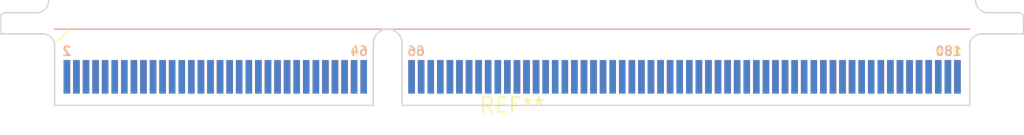
<source format=kicad_pcb>
(kicad_pcb (version 20240108) (generator pcbnew)
  (layers (0 "F.Cu" signal) (31 "B.Cu" signal) (34 "B.Paste" user) (35 "F.Paste" user) (36 "B.SilkS" user "B.Silkscreen") (37 "F.SilkS" user "F.Silkscreen") (38 "B.Mask" user) (39 "F.Mask" user) (44 "Edge.Cuts" user))
  (net 0 "")
  (footprint "Samtec_HSEC8-190-X-X-DV-BL_2x90_P0.8mm_Edge" (layer "F.Cu") (at 0 0)
    (property "Reference" "REF**")
    (property "Value" "Samtec_HSEC8-190-X-X-DV-BL_2x90_P0.8mm_Edge")
    (fp_line (start -38.225 -6.4) (end -38.225 -6.4) (layer "B.SilkS") (stroke (width 0.12)))
    (fp_line (start -38.225 -6.4) (end 38.225 -6.4) (layer "B.SilkS") (stroke (width 0.12)))
    (fp_line (start -38.225 -5.13) (end -36.955 -6.4) (layer "F.SilkS") (stroke (width 0.12)))
    (fp_line (start -36.955 -6.4) (end 38.225 -6.4) (layer "F.SilkS") (stroke (width 0.12)))
    (fp_line (start -42.725 -6) (end -42.725 -7.38) (layer "Edge.Cuts") (stroke (width 0.12)))
    (fp_line (start -42.325 -7.78) (end -39.725 -7.78) (layer "Edge.Cuts") (stroke (width 0.12)))
    (fp_line (start -39.225 -6) (end -42.725 -6) (layer "Edge.Cuts") (stroke (width 0.12)))
    (fp_line (start -38.225 -5) (end -38.225 0) (layer "Edge.Cuts") (stroke (width 0.12)))
    (fp_line (start -38.225 0) (end -11.595 0) (layer "Edge.Cuts") (stroke (width 0.12)))
    (fp_line (start -11.595 0) (end -11.595 -5.2) (layer "Edge.Cuts") (stroke (width 0.12)))
    (fp_line (start -9.195 -5.2) (end -9.195 0) (layer "Edge.Cuts") (stroke (width 0.12)))
    (fp_line (start -9.195 0) (end 38.225 0) (layer "Edge.Cuts") (stroke (width 0.12)))
    (fp_line (start 38.225 0) (end 38.225 -5) (layer "Edge.Cuts") (stroke (width 0.12)))
    (fp_line (start 39.225 -6) (end 42.725 -6) (layer "Edge.Cuts") (stroke (width 0.12)))
    (fp_line (start 42.325 -7.78) (end 39.725 -7.78) (layer "Edge.Cuts") (stroke (width 0.12)))
    (fp_line (start 42.725 -6) (end 42.725 -7.38) (layer "Edge.Cuts") (stroke (width 0.12)))
    (fp_arc (start -42.725 -7.38) (mid -42.607843 -7.662843) (end -42.325 -7.78) (layer "Edge.Cuts") (stroke (width 0.12)))
    (fp_arc (start -39.225 -6) (mid -38.517893 -5.707107) (end -38.225 -5) (layer "Edge.Cuts") (stroke (width 0.12)))
    (fp_arc (start -38.725 -8.78) (mid -39.017893 -8.072893) (end -39.725 -7.78) (layer "Edge.Cuts") (stroke (width 0.12)))
    (fp_arc (start -11.595 -5.2) (mid -10.395 -6.4) (end -9.195 -5.2) (layer "Edge.Cuts") (stroke (width 0.12)))
    (fp_arc (start 38.225 -5) (mid 38.517893 -5.707107) (end 39.225 -6) (layer "Edge.Cuts") (stroke (width 0.12)))
    (fp_arc (start 39.725 -7.78) (mid 39.017893 -8.072893) (end 38.725 -8.78) (layer "Edge.Cuts") (stroke (width 0.12)))
    (fp_arc (start 42.325 -7.78) (mid 42.607843 -7.662843) (end 42.725 -7.38) (layer "Edge.Cuts") (stroke (width 0.12)))
    (fp_text user "64" (at -12.775 -4.55 0) (layer "B.SilkS") (effects (font (size 0.75 0.75)) (justify mirror)))
    (fp_text user "180" (at 36.45 -4.55 0) (layer "B.SilkS") (effects (font (size 0.75 0.75)) (justify mirror)))
    (fp_text user "66" (at -8.025 -4.55 0) (layer "B.SilkS") (effects (font (size 0.75 0.75)) (justify mirror)))
    (fp_text user "2" (at -37.2 -4.55 0) (layer "B.SilkS") (effects (font (size 0.75 0.75)) (justify mirror)))
    (fp_text user "63" (at -12.775 -4.55 0) (layer "F.SilkS") (effects (font (size 0.75 0.75))))
    (fp_text user "179" (at 36.45 -4.55 0) (layer "F.SilkS") (effects (font (size 0.75 0.75))))
    (fp_text user "65" (at -8.025 -4.55 0) (layer "F.SilkS") (effects (font (size 0.75 0.75))))
    (fp_text user "1" (at -37.2 -4.55 0) (layer "F.SilkS") (effects (font (size 0.75 0.75))))
    (pad "1" connect rect (at -37.2 -2.4) (size 0.55 2.8) (layers "F.Cu" "F.Mask"))
    (pad "2" connect rect (at -37.2 -2.4) (size 0.55 2.8) (layers "B.Cu" "B.Mask"))
    (pad "3" connect rect (at -36.4 -2.4) (size 0.55 2.8) (layers "F.Cu" "F.Mask"))
    (pad "4" connect rect (at -36.4 -2.4) (size 0.55 2.8) (layers "B.Cu" "B.Mask"))
    (pad "5" connect rect (at -35.6 -2.4) (size 0.55 2.8) (layers "F.Cu" "F.Mask"))
    (pad "6" connect rect (at -35.6 -2.4) (size 0.55 2.8) (layers "B.Cu" "B.Mask"))
    (pad "7" connect rect (at -34.8 -2.4) (size 0.55 2.8) (layers "F.Cu" "F.Mask"))
    (pad "8" connect rect (at -34.8 -2.4) (size 0.55 2.8) (layers "B.Cu" "B.Mask"))
    (pad "9" connect rect (at -34 -2.4) (size 0.55 2.8) (layers "F.Cu" "F.Mask"))
    (pad "10" connect rect (at -34 -2.4) (size 0.55 2.8) (layers "B.Cu" "B.Mask"))
    (pad "11" connect rect (at -33.2 -2.4) (size 0.55 2.8) (layers "F.Cu" "F.Mask"))
    (pad "12" connect rect (at -33.2 -2.4) (size 0.55 2.8) (layers "B.Cu" "B.Mask"))
    (pad "13" connect rect (at -32.4 -2.4) (size 0.55 2.8) (layers "F.Cu" "F.Mask"))
    (pad "14" connect rect (at -32.4 -2.4) (size 0.55 2.8) (layers "B.Cu" "B.Mask"))
    (pad "15" connect rect (at -31.6 -2.4) (size 0.55 2.8) (layers "F.Cu" "F.Mask"))
    (pad "16" connect rect (at -31.6 -2.4) (size 0.55 2.8) (layers "B.Cu" "B.Mask"))
    (pad "17" connect rect (at -30.8 -2.4) (size 0.55 2.8) (layers "F.Cu" "F.Mask"))
    (pad "18" connect rect (at -30.8 -2.4) (size 0.55 2.8) (layers "B.Cu" "B.Mask"))
    (pad "19" connect rect (at -30 -2.4) (size 0.55 2.8) (layers "F.Cu" "F.Mask"))
    (pad "20" connect rect (at -30 -2.4) (size 0.55 2.8) (layers "B.Cu" "B.Mask"))
    (pad "21" connect rect (at -29.2 -2.4) (size 0.55 2.8) (layers "F.Cu" "F.Mask"))
    (pad "22" connect rect (at -29.2 -2.4) (size 0.55 2.8) (layers "B.Cu" "B.Mask"))
    (pad "23" connect rect (at -28.4 -2.4) (size 0.55 2.8) (layers "F.Cu" "F.Mask"))
    (pad "24" connect rect (at -28.4 -2.4) (size 0.55 2.8) (layers "B.Cu" "B.Mask"))
    (pad "25" connect rect (at -27.6 -2.4) (size 0.55 2.8) (layers "F.Cu" "F.Mask"))
    (pad "26" connect rect (at -27.6 -2.4) (size 0.55 2.8) (layers "B.Cu" "B.Mask"))
    (pad "27" connect rect (at -26.8 -2.4) (size 0.55 2.8) (layers "F.Cu" "F.Mask"))
    (pad "28" connect rect (at -26.8 -2.4) (size 0.55 2.8) (layers "B.Cu" "B.Mask"))
    (pad "29" connect rect (at -26 -2.4) (size 0.55 2.8) (layers "F.Cu" "F.Mask"))
    (pad "30" connect rect (at -26 -2.4) (size 0.55 2.8) (layers "B.Cu" "B.Mask"))
    (pad "31" connect rect (at -25.2 -2.4) (size 0.55 2.8) (layers "F.Cu" "F.Mask"))
    (pad "32" connect rect (at -25.2 -2.4) (size 0.55 2.8) (layers "B.Cu" "B.Mask"))
    (pad "33" connect rect (at -24.4 -2.4) (size 0.55 2.8) (layers "F.Cu" "F.Mask"))
    (pad "34" connect rect (at -24.4 -2.4) (size 0.55 2.8) (layers "B.Cu" "B.Mask"))
    (pad "35" connect rect (at -23.6 -2.4) (size 0.55 2.8) (layers "F.Cu" "F.Mask"))
    (pad "36" connect rect (at -23.6 -2.4) (size 0.55 2.8) (layers "B.Cu" "B.Mask"))
    (pad "37" connect rect (at -22.8 -2.4) (size 0.55 2.8) (layers "F.Cu" "F.Mask"))
    (pad "38" connect rect (at -22.8 -2.4) (size 0.55 2.8) (layers "B.Cu" "B.Mask"))
    (pad "39" connect rect (at -22 -2.4) (size 0.55 2.8) (layers "F.Cu" "F.Mask"))
    (pad "40" connect rect (at -22 -2.4) (size 0.55 2.8) (layers "B.Cu" "B.Mask"))
    (pad "41" connect rect (at -21.2 -2.4) (size 0.55 2.8) (layers "F.Cu" "F.Mask"))
    (pad "42" connect rect (at -21.2 -2.4) (size 0.55 2.8) (layers "B.Cu" "B.Mask"))
    (pad "43" connect rect (at -20.4 -2.4) (size 0.55 2.8) (layers "F.Cu" "F.Mask"))
    (pad "44" connect rect (at -20.4 -2.4) (size 0.55 2.8) (layers "B.Cu" "B.Mask"))
    (pad "45" connect rect (at -19.6 -2.4) (size 0.55 2.8) (layers "F.Cu" "F.Mask"))
    (pad "46" connect rect (at -19.6 -2.4) (size 0.55 2.8) (layers "B.Cu" "B.Mask"))
    (pad "47" connect rect (at -18.8 -2.4) (size 0.55 2.8) (layers "F.Cu" "F.Mask"))
    (pad "48" connect rect (at -18.8 -2.4) (size 0.55 2.8) (layers "B.Cu" "B.Mask"))
    (pad "49" connect rect (at -18 -2.4) (size 0.55 2.8) (layers "F.Cu" "F.Mask"))
    (pad "50" connect rect (at -18 -2.4) (size 0.55 2.8) (layers "B.Cu" "B.Mask"))
    (pad "51" connect rect (at -17.2 -2.4) (size 0.55 2.8) (layers "F.Cu" "F.Mask"))
    (pad "52" connect rect (at -17.2 -2.4) (size 0.55 2.8) (layers "B.Cu" "B.Mask"))
    (pad "53" connect rect (at -16.4 -2.4) (size 0.55 2.8) (layers "F.Cu" "F.Mask"))
    (pad "54" connect rect (at -16.4 -2.4) (size 0.55 2.8) (layers "B.Cu" "B.Mask"))
    (pad "55" connect rect (at -15.6 -2.4) (size 0.55 2.8) (layers "F.Cu" "F.Mask"))
    (pad "56" connect rect (at -15.6 -2.4) (size 0.55 2.8) (layers "B.Cu" "B.Mask"))
    (pad "57" connect rect (at -14.8 -2.4) (size 0.55 2.8) (layers "F.Cu" "F.Mask"))
    (pad "58" connect rect (at -14.8 -2.4) (size 0.55 2.8) (layers "B.Cu" "B.Mask"))
    (pad "59" connect rect (at -14 -2.4) (size 0.55 2.8) (layers "F.Cu" "F.Mask"))
    (pad "60" connect rect (at -14 -2.4) (size 0.55 2.8) (layers "B.Cu" "B.Mask"))
    (pad "61" connect rect (at -13.2 -2.4) (size 0.55 2.8) (layers "F.Cu" "F.Mask"))
    (pad "62" connect rect (at -13.2 -2.4) (size 0.55 2.8) (layers "B.Cu" "B.Mask"))
    (pad "63" connect rect (at -12.4 -2.4) (size 0.55 2.8) (layers "F.Cu" "F.Mask"))
    (pad "64" connect rect (at -12.4 -2.4) (size 0.55 2.8) (layers "B.Cu" "B.Mask"))
    (pad "65" connect rect (at -8.4 -2.4) (size 0.55 2.8) (layers "F.Cu" "F.Mask"))
    (pad "66" connect rect (at -8.4 -2.4) (size 0.55 2.8) (layers "B.Cu" "B.Mask"))
    (pad "67" connect rect (at -7.6 -2.4) (size 0.55 2.8) (layers "F.Cu" "F.Mask"))
    (pad "68" connect rect (at -7.6 -2.4) (size 0.55 2.8) (layers "B.Cu" "B.Mask"))
    (pad "69" connect rect (at -6.8 -2.4) (size 0.55 2.8) (layers "F.Cu" "F.Mask"))
    (pad "70" connect rect (at -6.8 -2.4) (size 0.55 2.8) (layers "B.Cu" "B.Mask"))
    (pad "71" connect rect (at -6 -2.4) (size 0.55 2.8) (layers "F.Cu" "F.Mask"))
    (pad "72" connect rect (at -6 -2.4) (size 0.55 2.8) (layers "B.Cu" "B.Mask"))
    (pad "73" connect rect (at -5.2 -2.4) (size 0.55 2.8) (layers "F.Cu" "F.Mask"))
    (pad "74" connect rect (at -5.2 -2.4) (size 0.55 2.8) (layers "B.Cu" "B.Mask"))
    (pad "75" connect rect (at -4.4 -2.4) (size 0.55 2.8) (layers "F.Cu" "F.Mask"))
    (pad "76" connect rect (at -4.4 -2.4) (size 0.55 2.8) (layers "B.Cu" "B.Mask"))
    (pad "77" connect rect (at -3.6 -2.4) (size 0.55 2.8) (layers "F.Cu" "F.Mask"))
    (pad "78" connect rect (at -3.6 -2.4) (size 0.55 2.8) (layers "B.Cu" "B.Mask"))
    (pad "79" connect rect (at -2.8 -2.4) (size 0.55 2.8) (layers "F.Cu" "F.Mask"))
    (pad "80" connect rect (at -2.8 -2.4) (size 0.55 2.8) (layers "B.Cu" "B.Mask"))
    (pad "81" connect rect (at -2 -2.4) (size 0.55 2.8) (layers "F.Cu" "F.Mask"))
    (pad "82" connect rect (at -2 -2.4) (size 0.55 2.8) (layers "B.Cu" "B.Mask"))
    (pad "83" connect rect (at -1.2 -2.4) (size 0.55 2.8) (layers "F.Cu" "F.Mask"))
    (pad "84" connect rect (at -1.2 -2.4) (size 0.55 2.8) (layers "B.Cu" "B.Mask"))
    (pad "85" connect rect (at -0.4 -2.4) (size 0.55 2.8) (layers "F.Cu" "F.Mask"))
    (pad "86" connect rect (at -0.4 -2.4) (size 0.55 2.8) (layers "B.Cu" "B.Mask"))
    (pad "87" connect rect (at 0.4 -2.4) (size 0.55 2.8) (layers "F.Cu" "F.Mask"))
    (pad "88" connect rect (at 0.4 -2.4) (size 0.55 2.8) (layers "B.Cu" "B.Mask"))
    (pad "89" connect rect (at 1.2 -2.4) (size 0.55 2.8) (layers "F.Cu" "F.Mask"))
    (pad "90" connect rect (at 1.2 -2.4) (size 0.55 2.8) (layers "B.Cu" "B.Mask"))
    (pad "91" connect rect (at 2 -2.4) (size 0.55 2.8) (layers "F.Cu" "F.Mask"))
    (pad "92" connect rect (at 2 -2.4) (size 0.55 2.8) (layers "B.Cu" "B.Mask"))
    (pad "93" connect rect (at 2.8 -2.4) (size 0.55 2.8) (layers "F.Cu" "F.Mask"))
    (pad "94" connect rect (at 2.8 -2.4) (size 0.55 2.8) (layers "B.Cu" "B.Mask"))
    (pad "95" connect rect (at 3.6 -2.4) (size 0.55 2.8) (layers "F.Cu" "F.Mask"))
    (pad "96" connect rect (at 3.6 -2.4) (size 0.55 2.8) (layers "B.Cu" "B.Mask"))
    (pad "97" connect rect (at 4.4 -2.4) (size 0.55 2.8) (layers "F.Cu" "F.Mask"))
    (pad "98" connect rect (at 4.4 -2.4) (size 0.55 2.8) (layers "B.Cu" "B.Mask"))
    (pad "99" connect rect (at 5.2 -2.4) (size 0.55 2.8) (layers "F.Cu" "F.Mask"))
    (pad "100" connect rect (at 5.2 -2.4) (size 0.55 2.8) (layers "B.Cu" "B.Mask"))
    (pad "101" connect rect (at 6 -2.4) (size 0.55 2.8) (layers "F.Cu" "F.Mask"))
    (pad "102" connect rect (at 6 -2.4) (size 0.55 2.8) (layers "B.Cu" "B.Mask"))
    (pad "103" connect rect (at 6.8 -2.4) (size 0.55 2.8) (layers "F.Cu" "F.Mask"))
    (pad "104" connect rect (at 6.8 -2.4) (size 0.55 2.8) (layers "B.Cu" "B.Mask"))
    (pad "105" connect rect (at 7.6 -2.4) (size 0.55 2.8) (layers "F.Cu" "F.Mask"))
    (pad "106" connect rect (at 7.6 -2.4) (size 0.55 2.8) (layers "B.Cu" "B.Mask"))
    (pad "107" connect rect (at 8.4 -2.4) (size 0.55 2.8) (layers "F.Cu" "F.Mask"))
    (pad "108" connect rect (at 8.4 -2.4) (size 0.55 2.8) (layers "B.Cu" "B.Mask"))
    (pad "109" connect rect (at 9.2 -2.4) (size 0.55 2.8) (layers "F.Cu" "F.Mask"))
    (pad "110" connect rect (at 9.2 -2.4) (size 0.55 2.8) (layers "B.Cu" "B.Mask"))
    (pad "111" connect rect (at 10 -2.4) (size 0.55 2.8) (layers "F.Cu" "F.Mask"))
    (pad "112" connect rect (at 10 -2.4) (size 0.55 2.8) (layers "B.Cu" "B.Mask"))
    (pad "113" connect rect (at 10.8 -2.4) (size 0.55 2.8) (layers "F.Cu" "F.Mask"))
    (pad "114" connect rect (at 10.8 -2.4) (size 0.55 2.8) (layers "B.Cu" "B.Mask"))
    (pad "115" connect rect (at 11.6 -2.4) (size 0.55 2.8) (layers "F.Cu" "F.Mask"))
    (pad "116" connect rect (at 11.6 -2.4) (size 0.55 2.8) (layers "B.Cu" "B.Mask"))
    (pad "117" connect rect (at 12.4 -2.4) (size 0.55 2.8) (layers "F.Cu" "F.Mask"))
    (pad "118" connect rect (at 12.4 -2.4) (size 0.55 2.8) (layers "B.Cu" "B.Mask"))
    (pad "119" connect rect (at 13.2 -2.4) (size 0.55 2.8) (layers "F.Cu" "F.Mask"))
    (pad "120" connect rect (at 13.2 -2.4) (size 0.55 2.8) (layers "B.Cu" "B.Mask"))
    (pad "121" connect rect (at 14 -2.4) (size 0.55 2.8) (layers "F.Cu" "F.Mask"))
    (pad "122" connect rect (at 14 -2.4) (size 0.55 2.8) (layers "B.Cu" "B.Mask"))
    (pad "123" connect rect (at 14.8 -2.4) (size 0.55 2.8) (layers "F.Cu" "F.Mask"))
    (pad "124" connect rect (at 14.8 -2.4) (size 0.55 2.8) (layers "B.Cu" "B.Mask"))
    (pad "125" connect rect (at 15.6 -2.4) (size 0.55 2.8) (layers "F.Cu" "F.Mask"))
    (pad "126" connect rect (at 15.6 -2.4) (size 0.55 2.8) (layers "B.Cu" "B.Mask"))
    (pad "127" connect rect (at 16.4 -2.4) (size 0.55 2.8) (layers "F.Cu" "F.Mask"))
    (pad "128" connect rect (at 16.4 -2.4) (size 0.55 2.8) (layers "B.Cu" "B.Mask"))
    (pad "129" connect rect (at 17.2 -2.4) (size 0.55 2.8) (layers "F.Cu" "F.Mask"))
    (pad "130" connect rect (at 17.2 -2.4) (size 0.55 2.8) (layers "B.Cu" "B.Mask"))
    (pad "131" connect rect (at 18 -2.4) (size 0.55 2.8) (layers "F.Cu" "F.Mask"))
    (pad "132" connect rect (at 18 -2.4) (size 0.55 2.8) (layers "B.Cu" "B.Mask"))
    (pad "133" connect rect (at 18.8 -2.4) (size 0.55 2.8) (layers "F.Cu" "F.Mask"))
    (pad "134" connect rect (at 18.8 -2.4) (size 0.55 2.8) (layers "B.Cu" "B.Mask"))
    (pad "135" connect rect (at 19.6 -2.4) (size 0.55 2.8) (layers "F.Cu" "F.Mask"))
    (pad "136" connect rect (at 19.6 -2.4) (size 0.55 2.8) (layers "B.Cu" "B.Mask"))
    (pad "137" connect rect (at 20.4 -2.4) (size 0.55 2.8) (layers "F.Cu" "F.Mask"))
    (pad "138" connect rect (at 20.4 -2.4) (size 0.55 2.8) (layers "B.Cu" "B.Mask"))
    (pad "139" connect rect (at 21.2 -2.4) (size 0.55 2.8) (layers "F.Cu" "F.Mask"))
    (pad "140" connect rect (at 21.2 -2.4) (size 0.55 2.8) (layers "B.Cu" "B.Mask"))
    (pad "141" connect rect (at 22 -2.4) (size 0.55 2.8) (layers "F.Cu" "F.Mask"))
    (pad "142" connect rect (at 22 -2.4) (size 0.55 2.8) (layers "B.Cu" "B.Mask"))
    (pad "143" connect rect (at 22.8 -2.4) (size 0.55 2.8) (layers "F.Cu" "F.Mask"))
    (pad "144" connect rect (at 22.8 -2.4) (size 0.55 2.8) (layers "B.Cu" "B.Mask"))
    (pad "145" connect rect (at 23.6 -2.4) (size 0.55 2.8) (layers "F.Cu" "F.Mask"))
    (pad "146" connect rect (at 23.6 -2.4) (size 0.55 2.8) (layers "B.Cu" "B.Mask"))
    (pad "147" connect rect (at 24.4 -2.4) (size 0.55 2.8) (layers "F.Cu" "F.Mask"))
    (pad "148" connect rect (at 24.4 -2.4) (size 0.55 2.8) (layers "B.Cu" "B.Mask"))
    (pad "149" connect rect (at 25.2 -2.4) (size 0.55 2.8) (layers "F.Cu" "F.Mask"))
    (pad "150" connect rect (at 25.2 -2.4) (size 0.55 2.8) (layers "B.Cu" "B.Mask"))
    (pad "151" connect rect (at 26 -2.4) (size 0.55 2.8) (layers "F.Cu" "F.Mask"))
    (pad "152" connect rect (at 26 -2.4) (size 0.55 2.8) (layers "B.Cu" "B.Mask"))
    (pad "153" connect rect (at 26.8 -2.4) (size 0.55 2.8) (layers "F.Cu" "F.Mask"))
    (pad "154" connect rect (at 26.8 -2.4) (size 0.55 2.8) (layers "B.Cu" "B.Mask"))
    (pad "155" connect rect (at 27.6 -2.4) (size 0.55 2.8) (layers "F.Cu" "F.Mask"))
    (pad "156" connect rect (at 27.6 -2.4) (size 0.55 2.8) (layers "B.Cu" "B.Mask"))
    (pad "157" connect rect (at 28.4 -2.4) (size 0.55 2.8) (layers "F.Cu" "F.Mask"))
    (pad "158" connect rect (at 28.4 -2.4) (size 0.55 2.8) (layers "B.Cu" "B.Mask"))
    (pad "159" connect rect (at 29.2 -2.4) (size 0.55 2.8) (layers "F.Cu" "F.Mask"))
    (pad "160" connect rect (at 29.2 -2.4) (size 0.55 2.8) (layers "B.Cu" "B.Mask"))
    (pad "161" connect rect (at 30 -2.4) (size 0.55 2.8) (layers "F.Cu" "F.Mask"))
    (pad "162" connect rect (at 30 -2.4) (size 0.55 2.8) (layers "B.Cu" "B.Mask"))
    (pad "163" connect rect (at 30.8 -2.4) (size 0.55 2.8) (layers "F.Cu" "F.Mask"))
    (pad "164" connect rect (at 30.8 -2.4) (size 0.55 2.8) (layers "B.Cu" "B.Mask"))
    (pad "165" connect rect (at 31.6 -2.4) (size 0.55 2.8) (layers "F.Cu" "F.Mask"))
    (pad "166" connect rect (at 31.6 -2.4) (size 0.55 2.8) (layers "B.Cu" "B.Mask"))
    (pad "167" connect rect (at 32.4 -2.4) (size 0.55 2.8) (layers "F.Cu" "F.Mask"))
    (pad "168" connect rect (at 32.4 -2.4) (size 0.55 2.8) (layers "B.Cu" "B.Mask"))
    (pad "169" connect rect (at 33.2 -2.4) (size 0.55 2.8) (layers "F.Cu" "F.Mask"))
    (pad "170" connect rect (at 33.2 -2.4) (size 0.55 2.8) (layers "B.Cu" "B.Mask"))
    (pad "171" connect rect (at 34 -2.4) (size 0.55 2.8) (layers "F.Cu" "F.Mask"))
    (pad "172" connect rect (at 34 -2.4) (size 0.55 2.8) (layers "B.Cu" "B.Mask"))
    (pad "173" connect rect (at 34.8 -2.4) (size 0.55 2.8) (layers "F.Cu" "F.Mask"))
    (pad "174" connect rect (at 34.8 -2.4) (size 0.55 2.8) (layers "B.Cu" "B.Mask"))
    (pad "175" connect rect (at 35.6 -2.4) (size 0.55 2.8) (layers "F.Cu" "F.Mask"))
    (pad "176" connect rect (at 35.6 -2.4) (size 0.55 2.8) (layers "B.Cu" "B.Mask"))
    (pad "177" connect rect (at 36.4 -2.4) (size 0.55 2.8) (layers "F.Cu" "F.Mask"))
    (pad "178" connect rect (at 36.4 -2.4) (size 0.55 2.8) (layers "B.Cu" "B.Mask"))
    (pad "179" connect rect (at 37.2 -2.4) (size 0.55 2.8) (layers "F.Cu" "F.Mask"))
    (pad "180" connect rect (at 37.2 -2.4) (size 0.55 2.8) (layers "B.Cu" "B.Mask"))
  )
)
</source>
